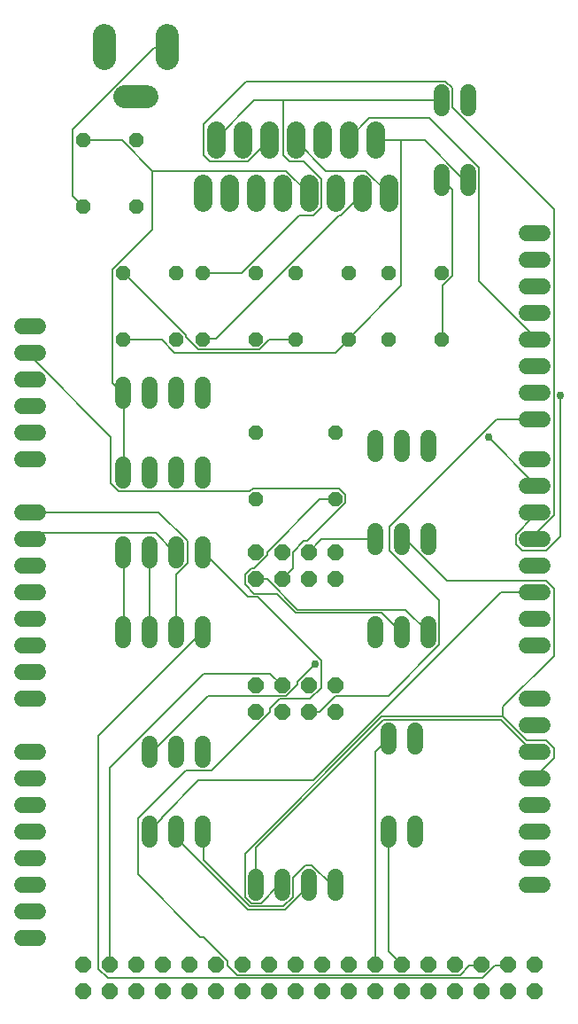
<source format=gbl>
G75*
%MOIN*%
%OFA0B0*%
%FSLAX25Y25*%
%IPPOS*%
%LPD*%
%AMOC8*
5,1,8,0,0,1.08239X$1,22.5*
%
%ADD10OC8,0.05200*%
%ADD11C,0.07087*%
%ADD12C,0.06000*%
%ADD13OC8,0.06000*%
%ADD14C,0.08600*%
%ADD15C,0.00600*%
%ADD16C,0.02978*%
D10*
X0100000Y0206250D03*
X0100000Y0231250D03*
X0100000Y0266250D03*
X0100000Y0291250D03*
X0115000Y0291250D03*
X0115000Y0266250D03*
X0135000Y0266250D03*
X0135000Y0291250D03*
X0150000Y0291250D03*
X0150000Y0266250D03*
X0170000Y0266250D03*
X0170000Y0291250D03*
X0130000Y0231250D03*
X0130000Y0206250D03*
X0080000Y0266250D03*
X0070000Y0266250D03*
X0070000Y0291250D03*
X0080000Y0291250D03*
X0055000Y0316250D03*
X0050000Y0291250D03*
X0050000Y0266250D03*
X0035000Y0316250D03*
X0035000Y0341250D03*
X0055000Y0341250D03*
D11*
X0080000Y0324793D02*
X0080000Y0317707D01*
X0090000Y0317707D02*
X0090000Y0324793D01*
X0085000Y0337707D02*
X0085000Y0344793D01*
X0095000Y0344793D02*
X0095000Y0337707D01*
X0105000Y0337707D02*
X0105000Y0344793D01*
X0115000Y0344793D02*
X0115000Y0337707D01*
X0125000Y0337707D02*
X0125000Y0344793D01*
X0135000Y0344793D02*
X0135000Y0337707D01*
X0145000Y0337707D02*
X0145000Y0344793D01*
X0140000Y0324793D02*
X0140000Y0317707D01*
X0130000Y0317707D02*
X0130000Y0324793D01*
X0120000Y0324793D02*
X0120000Y0317707D01*
X0110000Y0317707D02*
X0110000Y0324793D01*
X0100000Y0324793D02*
X0100000Y0317707D01*
X0150000Y0317707D02*
X0150000Y0324793D01*
D12*
X0018000Y0041250D02*
X0012000Y0041250D01*
X0012000Y0051250D02*
X0018000Y0051250D01*
X0018000Y0061250D02*
X0012000Y0061250D01*
X0012000Y0071250D02*
X0018000Y0071250D01*
X0018000Y0081250D02*
X0012000Y0081250D01*
X0012000Y0091250D02*
X0018000Y0091250D01*
X0018000Y0101250D02*
X0012000Y0101250D01*
X0012000Y0111250D02*
X0018000Y0111250D01*
X0018000Y0131250D02*
X0012000Y0131250D01*
X0012000Y0141250D02*
X0018000Y0141250D01*
X0018000Y0151250D02*
X0012000Y0151250D01*
X0012000Y0161250D02*
X0018000Y0161250D01*
X0018000Y0171250D02*
X0012000Y0171250D01*
X0012000Y0181250D02*
X0018000Y0181250D01*
X0018000Y0191250D02*
X0012000Y0191250D01*
X0012000Y0201250D02*
X0018000Y0201250D01*
X0018000Y0221250D02*
X0012000Y0221250D01*
X0012000Y0231250D02*
X0018000Y0231250D01*
X0018000Y0241250D02*
X0012000Y0241250D01*
X0012000Y0251250D02*
X0018000Y0251250D01*
X0018000Y0261250D02*
X0012000Y0261250D01*
X0012000Y0271250D02*
X0018000Y0271250D01*
X0050000Y0249250D02*
X0050000Y0243250D01*
X0060000Y0243250D02*
X0060000Y0249250D01*
X0070000Y0249250D02*
X0070000Y0243250D01*
X0080000Y0243250D02*
X0080000Y0249250D01*
X0080000Y0219250D02*
X0080000Y0213250D01*
X0070000Y0213250D02*
X0070000Y0219250D01*
X0060000Y0219250D02*
X0060000Y0213250D01*
X0050000Y0213250D02*
X0050000Y0219250D01*
X0050000Y0189250D02*
X0050000Y0183250D01*
X0060000Y0183250D02*
X0060000Y0189250D01*
X0070000Y0189250D02*
X0070000Y0183250D01*
X0080000Y0183250D02*
X0080000Y0189250D01*
X0080000Y0159250D02*
X0080000Y0153250D01*
X0070000Y0153250D02*
X0070000Y0159250D01*
X0060000Y0159250D02*
X0060000Y0153250D01*
X0050000Y0153250D02*
X0050000Y0159250D01*
X0060000Y0114250D02*
X0060000Y0108250D01*
X0070000Y0108250D02*
X0070000Y0114250D01*
X0080000Y0114250D02*
X0080000Y0108250D01*
X0080000Y0084250D02*
X0080000Y0078250D01*
X0070000Y0078250D02*
X0070000Y0084250D01*
X0060000Y0084250D02*
X0060000Y0078250D01*
X0100000Y0064250D02*
X0100000Y0058250D01*
X0110000Y0058250D02*
X0110000Y0064250D01*
X0120000Y0064250D02*
X0120000Y0058250D01*
X0130000Y0058250D02*
X0130000Y0064250D01*
X0150000Y0078250D02*
X0150000Y0084250D01*
X0160000Y0084250D02*
X0160000Y0078250D01*
X0160000Y0113250D02*
X0160000Y0119250D01*
X0150000Y0119250D02*
X0150000Y0113250D01*
X0145000Y0153250D02*
X0145000Y0159250D01*
X0155000Y0159250D02*
X0155000Y0153250D01*
X0165000Y0153250D02*
X0165000Y0159250D01*
X0165000Y0188250D02*
X0165000Y0194250D01*
X0155000Y0194250D02*
X0155000Y0188250D01*
X0145000Y0188250D02*
X0145000Y0194250D01*
X0145000Y0223250D02*
X0145000Y0229250D01*
X0155000Y0229250D02*
X0155000Y0223250D01*
X0165000Y0223250D02*
X0165000Y0229250D01*
X0202000Y0236250D02*
X0208000Y0236250D01*
X0208000Y0246250D02*
X0202000Y0246250D01*
X0202000Y0256250D02*
X0208000Y0256250D01*
X0208000Y0266250D02*
X0202000Y0266250D01*
X0202000Y0276250D02*
X0208000Y0276250D01*
X0208000Y0286250D02*
X0202000Y0286250D01*
X0202000Y0296250D02*
X0208000Y0296250D01*
X0208000Y0306250D02*
X0202000Y0306250D01*
X0180000Y0323250D02*
X0180000Y0329250D01*
X0170000Y0329250D02*
X0170000Y0323250D01*
X0170000Y0353250D02*
X0170000Y0359250D01*
X0180000Y0359250D02*
X0180000Y0353250D01*
X0202000Y0221250D02*
X0208000Y0221250D01*
X0208000Y0211250D02*
X0202000Y0211250D01*
X0202000Y0201250D02*
X0208000Y0201250D01*
X0208000Y0191250D02*
X0202000Y0191250D01*
X0202000Y0181250D02*
X0208000Y0181250D01*
X0208000Y0171250D02*
X0202000Y0171250D01*
X0202000Y0161250D02*
X0208000Y0161250D01*
X0208000Y0151250D02*
X0202000Y0151250D01*
X0202000Y0131250D02*
X0208000Y0131250D01*
X0208000Y0121250D02*
X0202000Y0121250D01*
X0202000Y0111250D02*
X0208000Y0111250D01*
X0208000Y0101250D02*
X0202000Y0101250D01*
X0202000Y0091250D02*
X0208000Y0091250D01*
X0208000Y0081250D02*
X0202000Y0081250D01*
X0202000Y0071250D02*
X0208000Y0071250D01*
X0208000Y0061250D02*
X0202000Y0061250D01*
D13*
X0205000Y0031250D03*
X0205000Y0021250D03*
X0195000Y0021250D03*
X0195000Y0031250D03*
X0185000Y0031250D03*
X0185000Y0021250D03*
X0175000Y0021250D03*
X0175000Y0031250D03*
X0165000Y0031250D03*
X0165000Y0021250D03*
X0155000Y0021250D03*
X0155000Y0031250D03*
X0145000Y0031250D03*
X0145000Y0021250D03*
X0135000Y0021250D03*
X0135000Y0031250D03*
X0125000Y0031250D03*
X0125000Y0021250D03*
X0115000Y0021250D03*
X0115000Y0031250D03*
X0105000Y0031250D03*
X0105000Y0021250D03*
X0095000Y0021250D03*
X0095000Y0031250D03*
X0085000Y0031250D03*
X0085000Y0021250D03*
X0075000Y0021250D03*
X0075000Y0031250D03*
X0065000Y0031250D03*
X0065000Y0021250D03*
X0055000Y0021250D03*
X0055000Y0031250D03*
X0045000Y0031250D03*
X0045000Y0021250D03*
X0035000Y0021250D03*
X0035000Y0031250D03*
X0100000Y0126250D03*
X0100000Y0136250D03*
X0110000Y0136250D03*
X0110000Y0126250D03*
X0120000Y0126250D03*
X0120000Y0136250D03*
X0130000Y0136250D03*
X0130000Y0126250D03*
X0130000Y0176250D03*
X0130000Y0186250D03*
X0120000Y0186250D03*
X0120000Y0176250D03*
X0110000Y0176250D03*
X0110000Y0186250D03*
X0100000Y0186250D03*
X0100000Y0176250D03*
D14*
X0059300Y0357352D02*
X0050700Y0357352D01*
X0043189Y0371950D02*
X0043189Y0380550D01*
X0066811Y0380550D02*
X0066811Y0371950D01*
D15*
X0066600Y0375850D02*
X0066811Y0376250D01*
X0066600Y0375850D02*
X0061800Y0375850D01*
X0031200Y0345250D01*
X0031200Y0320050D01*
X0035000Y0316250D01*
X0035400Y0341050D02*
X0035000Y0341250D01*
X0035400Y0341050D02*
X0049800Y0341050D01*
X0061200Y0329650D01*
X0061200Y0307450D01*
X0046200Y0292450D01*
X0046200Y0249850D01*
X0049800Y0246250D01*
X0050000Y0246250D01*
X0050400Y0246250D01*
X0050400Y0216250D01*
X0050000Y0216250D01*
X0045600Y0212050D02*
X0048600Y0209050D01*
X0097800Y0209050D01*
X0099000Y0210250D01*
X0131400Y0210250D01*
X0133800Y0207850D01*
X0133800Y0204850D01*
X0119400Y0190450D01*
X0118200Y0190450D01*
X0114000Y0186250D01*
X0114000Y0180250D01*
X0110000Y0176250D01*
X0108000Y0170650D02*
X0115200Y0163450D01*
X0147600Y0163450D01*
X0154800Y0156250D01*
X0155000Y0156250D01*
X0156600Y0164650D02*
X0165000Y0156250D01*
X0169200Y0151450D02*
X0169200Y0168250D01*
X0150600Y0186850D01*
X0150600Y0195850D01*
X0190800Y0236050D01*
X0204600Y0236050D01*
X0205000Y0236250D01*
X0214800Y0245050D02*
X0214800Y0192250D01*
X0209400Y0186850D01*
X0200400Y0186850D01*
X0198000Y0189250D01*
X0198000Y0192850D01*
X0204600Y0199450D01*
X0204600Y0201250D01*
X0205000Y0201250D01*
X0212400Y0200050D02*
X0205200Y0192850D01*
X0205200Y0191650D01*
X0205000Y0191250D01*
X0212400Y0200050D02*
X0212400Y0315250D01*
X0174000Y0353650D01*
X0174000Y0360850D01*
X0171600Y0363250D01*
X0096600Y0363250D01*
X0080400Y0347050D01*
X0080400Y0335650D01*
X0082800Y0333250D01*
X0097200Y0333250D01*
X0105000Y0341050D01*
X0105000Y0341250D01*
X0110400Y0335650D02*
X0110400Y0356050D01*
X0169800Y0356050D01*
X0170000Y0356250D01*
X0165600Y0349450D02*
X0142800Y0349450D01*
X0135000Y0341650D01*
X0135000Y0341250D01*
X0141600Y0329650D02*
X0150000Y0321250D01*
X0141600Y0329650D02*
X0126600Y0329650D01*
X0115000Y0341250D01*
X0110400Y0335650D02*
X0112800Y0333250D01*
X0118200Y0333250D01*
X0124800Y0326650D01*
X0124800Y0315850D01*
X0121800Y0312850D01*
X0116400Y0312850D01*
X0094800Y0291250D01*
X0080000Y0291250D01*
X0073800Y0267850D02*
X0050400Y0291250D01*
X0050000Y0291250D01*
X0050000Y0266250D02*
X0050400Y0266050D01*
X0064800Y0266050D01*
X0069600Y0261250D01*
X0130200Y0261250D01*
X0135000Y0266050D01*
X0135000Y0266250D01*
X0135000Y0266650D01*
X0154800Y0286450D01*
X0154800Y0341050D01*
X0163800Y0341050D01*
X0178200Y0326650D01*
X0180000Y0326650D01*
X0180000Y0326250D01*
X0184200Y0330850D02*
X0165600Y0349450D01*
X0154800Y0341050D02*
X0145200Y0341050D01*
X0145000Y0341250D01*
X0140400Y0321250D02*
X0140000Y0321250D01*
X0140400Y0321250D02*
X0132000Y0312850D01*
X0131400Y0312850D01*
X0085200Y0266650D01*
X0080400Y0266650D01*
X0080000Y0266250D01*
X0078600Y0262450D02*
X0073800Y0267250D01*
X0073800Y0267850D01*
X0078600Y0262450D02*
X0101400Y0262450D01*
X0105000Y0266050D01*
X0114600Y0266050D01*
X0115000Y0266250D01*
X0120000Y0321250D02*
X0111600Y0329650D01*
X0061200Y0329650D01*
X0085000Y0341250D02*
X0085200Y0341650D01*
X0099600Y0356050D01*
X0110400Y0356050D01*
X0170000Y0326250D02*
X0170400Y0326050D01*
X0174000Y0322450D01*
X0174000Y0290050D01*
X0170400Y0286450D01*
X0170400Y0266650D01*
X0170000Y0266250D01*
X0184200Y0288250D02*
X0184200Y0330850D01*
X0184200Y0288250D02*
X0204600Y0267850D01*
X0204600Y0266650D01*
X0205000Y0266250D01*
X0187800Y0229450D02*
X0204600Y0212650D01*
X0204600Y0211450D01*
X0205000Y0211250D01*
X0209400Y0175450D02*
X0212400Y0172450D01*
X0212400Y0147250D01*
X0193200Y0128050D01*
X0193200Y0124450D01*
X0202200Y0115450D01*
X0209400Y0115450D01*
X0212400Y0112450D01*
X0212400Y0108850D01*
X0205200Y0101650D01*
X0205000Y0101250D01*
X0205000Y0111250D02*
X0204600Y0111250D01*
X0192600Y0123250D01*
X0148200Y0123250D01*
X0100200Y0075250D01*
X0100200Y0061450D01*
X0100000Y0061250D01*
X0096000Y0056650D02*
X0096000Y0072850D01*
X0147600Y0124450D01*
X0193200Y0124450D01*
X0169200Y0151450D02*
X0150000Y0132250D01*
X0130200Y0132250D01*
X0124200Y0126250D01*
X0120000Y0126250D01*
X0120600Y0131050D02*
X0124800Y0135250D01*
X0124800Y0145450D01*
X0100800Y0169450D01*
X0097200Y0169450D01*
X0080400Y0186250D01*
X0080000Y0186250D01*
X0074400Y0190450D02*
X0074400Y0182050D01*
X0070200Y0177850D01*
X0070200Y0156250D01*
X0070000Y0156250D01*
X0060000Y0156250D02*
X0060000Y0186250D01*
X0062400Y0193450D02*
X0016800Y0193450D01*
X0015000Y0191650D01*
X0015000Y0191250D01*
X0015000Y0201250D02*
X0063600Y0201250D01*
X0074400Y0190450D01*
X0070000Y0186250D02*
X0069600Y0186250D01*
X0062400Y0193450D01*
X0050400Y0186250D02*
X0050000Y0186250D01*
X0050400Y0186250D02*
X0050400Y0156250D01*
X0050000Y0156250D01*
X0079800Y0156250D02*
X0040800Y0117250D01*
X0040800Y0029650D01*
X0044400Y0026050D01*
X0185400Y0026050D01*
X0190200Y0030850D01*
X0195000Y0030850D01*
X0195000Y0031250D01*
X0185000Y0031250D02*
X0184800Y0030850D01*
X0180600Y0030850D01*
X0177000Y0027250D01*
X0093000Y0027250D01*
X0089400Y0030850D01*
X0089400Y0032650D01*
X0080400Y0041650D01*
X0079200Y0041650D01*
X0055800Y0065050D01*
X0055800Y0086050D01*
X0073800Y0104050D01*
X0083400Y0104050D01*
X0105600Y0126250D01*
X0105600Y0127450D01*
X0109200Y0131050D01*
X0120600Y0131050D01*
X0115800Y0136450D02*
X0115800Y0137650D01*
X0122400Y0144250D01*
X0115800Y0136450D02*
X0111600Y0132250D01*
X0082200Y0132250D01*
X0061200Y0111250D01*
X0060000Y0111250D01*
X0078600Y0100450D02*
X0064800Y0086650D01*
X0064800Y0086050D01*
X0060000Y0081250D01*
X0070000Y0081250D02*
X0070200Y0081250D01*
X0070200Y0078850D01*
X0097200Y0051850D01*
X0111000Y0051850D01*
X0120000Y0060850D01*
X0120000Y0061250D01*
X0114000Y0063850D02*
X0118800Y0068650D01*
X0121200Y0068650D01*
X0128400Y0061450D01*
X0129600Y0061450D01*
X0130000Y0061250D01*
X0114000Y0063850D02*
X0114000Y0056650D01*
X0110400Y0053050D01*
X0097800Y0053050D01*
X0080400Y0070450D01*
X0080400Y0081250D01*
X0080000Y0081250D01*
X0078600Y0100450D02*
X0121800Y0100450D01*
X0192600Y0171250D01*
X0205000Y0171250D01*
X0209400Y0175450D02*
X0172200Y0175450D01*
X0156600Y0191050D01*
X0155400Y0191050D01*
X0155000Y0191250D01*
X0145000Y0191250D02*
X0144600Y0191050D01*
X0124800Y0191050D01*
X0120000Y0186250D01*
X0104400Y0186250D02*
X0124200Y0206050D01*
X0129600Y0206050D01*
X0130000Y0206250D01*
X0104400Y0176050D02*
X0115800Y0164650D01*
X0156600Y0164650D01*
X0150000Y0116250D02*
X0150000Y0116050D01*
X0145200Y0111250D01*
X0145200Y0031450D01*
X0145000Y0031250D01*
X0150000Y0036250D02*
X0155000Y0031250D01*
X0150000Y0036250D02*
X0150000Y0081250D01*
X0110000Y0061250D02*
X0109800Y0060850D01*
X0108600Y0060850D01*
X0102000Y0054250D01*
X0098400Y0054250D01*
X0096000Y0056650D01*
X0110000Y0136250D02*
X0105600Y0140650D01*
X0080400Y0140650D01*
X0045000Y0105250D01*
X0045000Y0031250D01*
X0079800Y0156250D02*
X0080000Y0156250D01*
X0096000Y0174250D02*
X0099600Y0170650D01*
X0108000Y0170650D01*
X0104400Y0176050D02*
X0100200Y0176050D01*
X0100000Y0176250D01*
X0099600Y0180250D02*
X0098400Y0180250D01*
X0096000Y0177850D01*
X0096000Y0174250D01*
X0099600Y0180250D02*
X0104400Y0185050D01*
X0104400Y0186250D01*
X0045600Y0212050D02*
X0045600Y0229450D01*
X0015000Y0260050D01*
X0015000Y0261250D01*
D16*
X0122400Y0144250D03*
X0187800Y0229450D03*
X0214800Y0245050D03*
M02*

</source>
